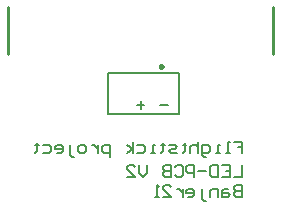
<source format=gbr>
%FSTAX23Y23*%
%MOMM*%
%SFA1B1*%

%IPPOS*%
%ADD29C,0.250000*%
%ADD30C,0.200000*%
%ADD31C,0.253999*%
%LNledpcbv2_legend_bot-1*%
%LPD*%
G54D29*
X01878Y21299D02*
D01*
X01878Y21308*
X01877Y21317*
X01876Y21325*
X01874Y21334*
X01871Y21342*
X01868Y2135*
X01864Y21358*
X01859Y21366*
X01855Y21373*
X01849Y2138*
X01843Y21386*
X01837Y21392*
X0183Y21398*
X01823Y21403*
X01816Y21408*
X01808Y21412*
X018Y21415*
X01792Y21418*
X01784Y21421*
X01775Y21423*
X01767Y21424*
X01758Y21424*
X01749*
X0174Y21424*
X01732Y21423*
X01723Y21421*
X01715Y21418*
X01707Y21415*
X01699Y21412*
X01691Y21408*
X01684Y21403*
X01677Y21398*
X0167Y21392*
X01664Y21386*
X01658Y2138*
X01652Y21373*
X01647Y21366*
X01643Y21358*
X01639Y2135*
X01636Y21342*
X01633Y21334*
X01631Y21325*
X0163Y21317*
X01629Y21308*
X01628Y21299*
X01629Y21291*
X0163Y21282*
X01631Y21273*
X01633Y21265*
X01636Y21257*
X01639Y21249*
X01643Y21241*
X01647Y21233*
X01652Y21226*
X01658Y21219*
X01664Y21213*
X0167Y21207*
X01677Y21201*
X01684Y21196*
X01691Y21191*
X01699Y21187*
X01707Y21184*
X01715Y21181*
X01723Y21178*
X01732Y21176*
X0174Y21175*
X01749Y21175*
X01758*
X01767Y21175*
X01775Y21176*
X01784Y21178*
X01792Y21181*
X018Y21184*
X01808Y21187*
X01816Y21191*
X01823Y21196*
X0183Y21201*
X01837Y21207*
X01843Y21213*
X01849Y21219*
X01855Y21226*
X01859Y21233*
X01864Y21241*
X01868Y21249*
X01871Y21257*
X01874Y21265*
X01876Y21273*
X01877Y21282*
X01878Y21291*
X01878Y21299*
G54D30*
X-02745Y17299D02*
X03253D01*
Y20799*
X-02745D02*
X03253D01*
X-02745Y17299D02*
Y20799D01*
X07896Y14969D02*
X08562D01*
Y14469*
X08229*
X08562*
Y13969*
X07563D02*
X0723D01*
X07396*
Y14969*
X07563*
X0673Y13969D02*
X06397D01*
X06563*
Y14636*
X0673*
X05563Y13636D02*
X05397D01*
X0523Y13803*
Y14636*
X0573*
X05897Y14469*
Y14136*
X0573Y13969*
X0523*
X04897Y14969D02*
Y13969D01*
Y14469*
X0473Y14636*
X04397*
X04231Y14469*
Y13969*
X03731Y14802D02*
Y14636D01*
X03897*
X03564*
X03731*
Y14136*
X03564Y13969*
X03064D02*
X02564D01*
X02398Y14136*
X02564Y14302*
X02898*
X03064Y14469*
X02898Y14636*
X02398*
X01898Y14802D02*
Y14636D01*
X02065*
X01731*
X01898*
Y14136*
X01731Y13969*
X01232D02*
X00898D01*
X01065*
Y14636*
X01232*
X-00267D02*
X00232D01*
X00398Y14469*
Y14136*
X00232Y13969*
X-00267*
X-006D02*
Y14969D01*
Y14302D02*
X-011Y14636D01*
X-006Y14302D02*
X-011Y13969D01*
X-026Y13636D02*
Y14636D01*
X-03099*
X-03266Y14469*
Y14136*
X-03099Y13969*
X-026*
X-03599Y14636D02*
Y13969D01*
Y14302*
X-03766Y14469*
X-03932Y14636*
X-04099*
X-04766Y13969D02*
X-05099D01*
X-05265Y14136*
Y14469*
X-05099Y14636*
X-04766*
X-04599Y14469*
Y14136*
X-04766Y13969*
X-05599Y13636D02*
X-05765D01*
X-05932Y13803*
Y14636*
X-07098Y13969D02*
X-06765D01*
X-06598Y14136*
Y14469*
X-06765Y14636*
X-07098*
X-07265Y14469*
Y14302*
X-06598*
X-08264Y14636D02*
X-07765D01*
X-07598Y14469*
Y14136*
X-07765Y13969*
X-08264*
X-08764Y14802D02*
Y14636D01*
X-08598*
X-08931*
X-08764*
Y14136*
X-08931Y13969*
X08562Y12956D02*
Y11956D01*
X07896*
X06896Y12956D02*
X07563D01*
Y11956*
X06896*
X07563Y12456D02*
X0723D01*
X06563Y12956D02*
Y11956D01*
X06063*
X05897Y12123*
Y12789*
X06063Y12956*
X06563*
X05563Y12456D02*
X04897D01*
X04564Y11956D02*
Y12956D01*
X04064*
X03897Y12789*
Y12456*
X04064Y1229*
X04564*
X02898Y12789D02*
X03064Y12956D01*
X03397*
X03564Y12789*
Y12123*
X03397Y11956*
X03064*
X02898Y12123*
X02564Y12956D02*
Y11956D01*
X02065*
X01898Y12123*
Y1229*
X02065Y12456*
X02564*
X02065*
X01898Y12623*
Y12789*
X02065Y12956*
X02564*
X00565D02*
Y1229D01*
X00232Y11956*
X-001Y1229*
Y12956*
X-011Y11956D02*
X-00434D01*
X-011Y12623*
Y12789*
X-00933Y12956*
X-006*
X-00434Y12789*
X08562Y11276D02*
Y10277D01*
X08063*
X07896Y10443*
Y1061*
X08063Y10777*
X08562*
X08063*
X07896Y10943*
Y1111*
X08063Y11276*
X08562*
X07396Y10943D02*
X07063D01*
X06896Y10777*
Y10277*
X07396*
X07563Y10443*
X07396Y1061*
X06896*
X06563Y10277D02*
Y10943D01*
X06063*
X05897Y10777*
Y10277*
X05563Y09943D02*
X05397D01*
X0523Y1011*
Y10943*
X04064Y10277D02*
X04397D01*
X04564Y10443*
Y10777*
X04397Y10943*
X04064*
X03897Y10777*
Y1061*
X04564*
X03564Y10943D02*
Y10277D01*
Y1061*
X03397Y10777*
X03231Y10943*
X03064*
X01898Y10277D02*
X02564D01*
X01898Y10943*
Y1111*
X02065Y11276*
X02398*
X02564Y1111*
X01565Y10277D02*
X01232D01*
X01398*
Y11276*
X01565Y1111*
X02339Y18096D02*
X01673D01*
X0034D02*
X-00325D01*
X00007Y17762D02*
Y18429D01*
G54D31*
X-11199Y22392D02*
Y26392D01*
X11199Y22392D02*
Y26392D01*
M02*
</source>
